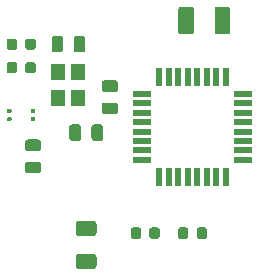
<source format=gbr>
G04 #@! TF.GenerationSoftware,KiCad,Pcbnew,(5.1.5-0-10_14)*
G04 #@! TF.CreationDate,2020-04-17T14:33:50+12:00*
G04 #@! TF.ProjectId,ZapierStompBox,5a617069-6572-4537-946f-6d70426f782e,rev?*
G04 #@! TF.SameCoordinates,Original*
G04 #@! TF.FileFunction,Paste,Top*
G04 #@! TF.FilePolarity,Positive*
%FSLAX46Y46*%
G04 Gerber Fmt 4.6, Leading zero omitted, Abs format (unit mm)*
G04 Created by KiCad (PCBNEW (5.1.5-0-10_14)) date 2020-04-17 14:33:50*
%MOMM*%
%LPD*%
G04 APERTURE LIST*
%ADD10C,0.100000*%
%ADD11R,1.600000X0.550000*%
%ADD12R,0.550000X1.600000*%
%ADD13R,1.200000X1.400000*%
G04 APERTURE END LIST*
D10*
G36*
X382649504Y57023796D02*
G01*
X382673773Y57020196D01*
X382697571Y57014235D01*
X382720671Y57005970D01*
X382742849Y56995480D01*
X382763893Y56982867D01*
X382783598Y56968253D01*
X382801777Y56951777D01*
X382818253Y56933598D01*
X382832867Y56913893D01*
X382845480Y56892849D01*
X382855970Y56870671D01*
X382864235Y56847571D01*
X382870196Y56823773D01*
X382873796Y56799504D01*
X382875000Y56775000D01*
X382875000Y56025000D01*
X382873796Y56000496D01*
X382870196Y55976227D01*
X382864235Y55952429D01*
X382855970Y55929329D01*
X382845480Y55907151D01*
X382832867Y55886107D01*
X382818253Y55866402D01*
X382801777Y55848223D01*
X382783598Y55831747D01*
X382763893Y55817133D01*
X382742849Y55804520D01*
X382720671Y55794030D01*
X382697571Y55785765D01*
X382673773Y55779804D01*
X382649504Y55776204D01*
X382625000Y55775000D01*
X381375000Y55775000D01*
X381350496Y55776204D01*
X381326227Y55779804D01*
X381302429Y55785765D01*
X381279329Y55794030D01*
X381257151Y55804520D01*
X381236107Y55817133D01*
X381216402Y55831747D01*
X381198223Y55848223D01*
X381181747Y55866402D01*
X381167133Y55886107D01*
X381154520Y55907151D01*
X381144030Y55929329D01*
X381135765Y55952429D01*
X381129804Y55976227D01*
X381126204Y56000496D01*
X381125000Y56025000D01*
X381125000Y56775000D01*
X381126204Y56799504D01*
X381129804Y56823773D01*
X381135765Y56847571D01*
X381144030Y56870671D01*
X381154520Y56892849D01*
X381167133Y56913893D01*
X381181747Y56933598D01*
X381198223Y56951777D01*
X381216402Y56968253D01*
X381236107Y56982867D01*
X381257151Y56995480D01*
X381279329Y57005970D01*
X381302429Y57014235D01*
X381326227Y57020196D01*
X381350496Y57023796D01*
X381375000Y57025000D01*
X382625000Y57025000D01*
X382649504Y57023796D01*
G37*
G36*
X382649504Y54223796D02*
G01*
X382673773Y54220196D01*
X382697571Y54214235D01*
X382720671Y54205970D01*
X382742849Y54195480D01*
X382763893Y54182867D01*
X382783598Y54168253D01*
X382801777Y54151777D01*
X382818253Y54133598D01*
X382832867Y54113893D01*
X382845480Y54092849D01*
X382855970Y54070671D01*
X382864235Y54047571D01*
X382870196Y54023773D01*
X382873796Y53999504D01*
X382875000Y53975000D01*
X382875000Y53225000D01*
X382873796Y53200496D01*
X382870196Y53176227D01*
X382864235Y53152429D01*
X382855970Y53129329D01*
X382845480Y53107151D01*
X382832867Y53086107D01*
X382818253Y53066402D01*
X382801777Y53048223D01*
X382783598Y53031747D01*
X382763893Y53017133D01*
X382742849Y53004520D01*
X382720671Y52994030D01*
X382697571Y52985765D01*
X382673773Y52979804D01*
X382649504Y52976204D01*
X382625000Y52975000D01*
X381375000Y52975000D01*
X381350496Y52976204D01*
X381326227Y52979804D01*
X381302429Y52985765D01*
X381279329Y52994030D01*
X381257151Y53004520D01*
X381236107Y53017133D01*
X381216402Y53031747D01*
X381198223Y53048223D01*
X381181747Y53066402D01*
X381167133Y53086107D01*
X381154520Y53107151D01*
X381144030Y53129329D01*
X381135765Y53152429D01*
X381129804Y53176227D01*
X381126204Y53200496D01*
X381125000Y53225000D01*
X381125000Y53975000D01*
X381126204Y53999504D01*
X381129804Y54023773D01*
X381135765Y54047571D01*
X381144030Y54070671D01*
X381154520Y54092849D01*
X381167133Y54113893D01*
X381181747Y54133598D01*
X381198223Y54151777D01*
X381216402Y54168253D01*
X381236107Y54182867D01*
X381257151Y54195480D01*
X381279329Y54205970D01*
X381302429Y54214235D01*
X381326227Y54220196D01*
X381350496Y54223796D01*
X381375000Y54225000D01*
X382625000Y54225000D01*
X382649504Y54223796D01*
G37*
G36*
X393974505Y75173796D02*
G01*
X393998773Y75170196D01*
X394022572Y75164235D01*
X394045671Y75155970D01*
X394067850Y75145480D01*
X394088893Y75132868D01*
X394108599Y75118253D01*
X394126777Y75101777D01*
X394143253Y75083599D01*
X394157868Y75063893D01*
X394170480Y75042850D01*
X394180970Y75020671D01*
X394189235Y74997572D01*
X394195196Y74973773D01*
X394198796Y74949505D01*
X394200000Y74925001D01*
X394200000Y73074999D01*
X394198796Y73050495D01*
X394195196Y73026227D01*
X394189235Y73002428D01*
X394180970Y72979329D01*
X394170480Y72957150D01*
X394157868Y72936107D01*
X394143253Y72916401D01*
X394126777Y72898223D01*
X394108599Y72881747D01*
X394088893Y72867132D01*
X394067850Y72854520D01*
X394045671Y72844030D01*
X394022572Y72835765D01*
X393998773Y72829804D01*
X393974505Y72826204D01*
X393950001Y72825000D01*
X393124999Y72825000D01*
X393100495Y72826204D01*
X393076227Y72829804D01*
X393052428Y72835765D01*
X393029329Y72844030D01*
X393007150Y72854520D01*
X392986107Y72867132D01*
X392966401Y72881747D01*
X392948223Y72898223D01*
X392931747Y72916401D01*
X392917132Y72936107D01*
X392904520Y72957150D01*
X392894030Y72979329D01*
X392885765Y73002428D01*
X392879804Y73026227D01*
X392876204Y73050495D01*
X392875000Y73074999D01*
X392875000Y74925001D01*
X392876204Y74949505D01*
X392879804Y74973773D01*
X392885765Y74997572D01*
X392894030Y75020671D01*
X392904520Y75042850D01*
X392917132Y75063893D01*
X392931747Y75083599D01*
X392948223Y75101777D01*
X392966401Y75118253D01*
X392986107Y75132868D01*
X393007150Y75145480D01*
X393029329Y75155970D01*
X393052428Y75164235D01*
X393076227Y75170196D01*
X393100495Y75173796D01*
X393124999Y75175000D01*
X393950001Y75175000D01*
X393974505Y75173796D01*
G37*
G36*
X390899505Y75173796D02*
G01*
X390923773Y75170196D01*
X390947572Y75164235D01*
X390970671Y75155970D01*
X390992850Y75145480D01*
X391013893Y75132868D01*
X391033599Y75118253D01*
X391051777Y75101777D01*
X391068253Y75083599D01*
X391082868Y75063893D01*
X391095480Y75042850D01*
X391105970Y75020671D01*
X391114235Y74997572D01*
X391120196Y74973773D01*
X391123796Y74949505D01*
X391125000Y74925001D01*
X391125000Y73074999D01*
X391123796Y73050495D01*
X391120196Y73026227D01*
X391114235Y73002428D01*
X391105970Y72979329D01*
X391095480Y72957150D01*
X391082868Y72936107D01*
X391068253Y72916401D01*
X391051777Y72898223D01*
X391033599Y72881747D01*
X391013893Y72867132D01*
X390992850Y72854520D01*
X390970671Y72844030D01*
X390947572Y72835765D01*
X390923773Y72829804D01*
X390899505Y72826204D01*
X390875001Y72825000D01*
X390049999Y72825000D01*
X390025495Y72826204D01*
X390001227Y72829804D01*
X389977428Y72835765D01*
X389954329Y72844030D01*
X389932150Y72854520D01*
X389911107Y72867132D01*
X389891401Y72881747D01*
X389873223Y72898223D01*
X389856747Y72916401D01*
X389842132Y72936107D01*
X389829520Y72957150D01*
X389819030Y72979329D01*
X389810765Y73002428D01*
X389804804Y73026227D01*
X389801204Y73050495D01*
X389800000Y73074999D01*
X389800000Y74925001D01*
X389801204Y74949505D01*
X389804804Y74973773D01*
X389810765Y74997572D01*
X389819030Y75020671D01*
X389829520Y75042850D01*
X389842132Y75063893D01*
X389856747Y75083599D01*
X389873223Y75101777D01*
X389891401Y75118253D01*
X389911107Y75132868D01*
X389932150Y75145480D01*
X389954329Y75155970D01*
X389977428Y75164235D01*
X390001227Y75170196D01*
X390025495Y75173796D01*
X390049999Y75175000D01*
X390875001Y75175000D01*
X390899505Y75173796D01*
G37*
G36*
X381330142Y65198826D02*
G01*
X381353803Y65195316D01*
X381377007Y65189504D01*
X381399529Y65181446D01*
X381421153Y65171218D01*
X381441670Y65158921D01*
X381460883Y65144671D01*
X381478607Y65128607D01*
X381494671Y65110883D01*
X381508921Y65091670D01*
X381521218Y65071153D01*
X381531446Y65049529D01*
X381539504Y65027007D01*
X381545316Y65003803D01*
X381548826Y64980142D01*
X381550000Y64956250D01*
X381550000Y64043750D01*
X381548826Y64019858D01*
X381545316Y63996197D01*
X381539504Y63972993D01*
X381531446Y63950471D01*
X381521218Y63928847D01*
X381508921Y63908330D01*
X381494671Y63889117D01*
X381478607Y63871393D01*
X381460883Y63855329D01*
X381441670Y63841079D01*
X381421153Y63828782D01*
X381399529Y63818554D01*
X381377007Y63810496D01*
X381353803Y63804684D01*
X381330142Y63801174D01*
X381306250Y63800000D01*
X380818750Y63800000D01*
X380794858Y63801174D01*
X380771197Y63804684D01*
X380747993Y63810496D01*
X380725471Y63818554D01*
X380703847Y63828782D01*
X380683330Y63841079D01*
X380664117Y63855329D01*
X380646393Y63871393D01*
X380630329Y63889117D01*
X380616079Y63908330D01*
X380603782Y63928847D01*
X380593554Y63950471D01*
X380585496Y63972993D01*
X380579684Y63996197D01*
X380576174Y64019858D01*
X380575000Y64043750D01*
X380575000Y64956250D01*
X380576174Y64980142D01*
X380579684Y65003803D01*
X380585496Y65027007D01*
X380593554Y65049529D01*
X380603782Y65071153D01*
X380616079Y65091670D01*
X380630329Y65110883D01*
X380646393Y65128607D01*
X380664117Y65144671D01*
X380683330Y65158921D01*
X380703847Y65171218D01*
X380725471Y65181446D01*
X380747993Y65189504D01*
X380771197Y65195316D01*
X380794858Y65198826D01*
X380818750Y65200000D01*
X381306250Y65200000D01*
X381330142Y65198826D01*
G37*
G36*
X383205142Y65198826D02*
G01*
X383228803Y65195316D01*
X383252007Y65189504D01*
X383274529Y65181446D01*
X383296153Y65171218D01*
X383316670Y65158921D01*
X383335883Y65144671D01*
X383353607Y65128607D01*
X383369671Y65110883D01*
X383383921Y65091670D01*
X383396218Y65071153D01*
X383406446Y65049529D01*
X383414504Y65027007D01*
X383420316Y65003803D01*
X383423826Y64980142D01*
X383425000Y64956250D01*
X383425000Y64043750D01*
X383423826Y64019858D01*
X383420316Y63996197D01*
X383414504Y63972993D01*
X383406446Y63950471D01*
X383396218Y63928847D01*
X383383921Y63908330D01*
X383369671Y63889117D01*
X383353607Y63871393D01*
X383335883Y63855329D01*
X383316670Y63841079D01*
X383296153Y63828782D01*
X383274529Y63818554D01*
X383252007Y63810496D01*
X383228803Y63804684D01*
X383205142Y63801174D01*
X383181250Y63800000D01*
X382693750Y63800000D01*
X382669858Y63801174D01*
X382646197Y63804684D01*
X382622993Y63810496D01*
X382600471Y63818554D01*
X382578847Y63828782D01*
X382558330Y63841079D01*
X382539117Y63855329D01*
X382521393Y63871393D01*
X382505329Y63889117D01*
X382491079Y63908330D01*
X382478782Y63928847D01*
X382468554Y63950471D01*
X382460496Y63972993D01*
X382454684Y63996197D01*
X382451174Y64019858D01*
X382450000Y64043750D01*
X382450000Y64956250D01*
X382451174Y64980142D01*
X382454684Y65003803D01*
X382460496Y65027007D01*
X382468554Y65049529D01*
X382478782Y65071153D01*
X382491079Y65091670D01*
X382505329Y65110883D01*
X382521393Y65128607D01*
X382539117Y65144671D01*
X382558330Y65158921D01*
X382578847Y65171218D01*
X382600471Y65181446D01*
X382622993Y65189504D01*
X382646197Y65195316D01*
X382669858Y65198826D01*
X382693750Y65200000D01*
X383181250Y65200000D01*
X383205142Y65198826D01*
G37*
G36*
X381705142Y72698826D02*
G01*
X381728803Y72695316D01*
X381752007Y72689504D01*
X381774529Y72681446D01*
X381796153Y72671218D01*
X381816670Y72658921D01*
X381835883Y72644671D01*
X381853607Y72628607D01*
X381869671Y72610883D01*
X381883921Y72591670D01*
X381896218Y72571153D01*
X381906446Y72549529D01*
X381914504Y72527007D01*
X381920316Y72503803D01*
X381923826Y72480142D01*
X381925000Y72456250D01*
X381925000Y71543750D01*
X381923826Y71519858D01*
X381920316Y71496197D01*
X381914504Y71472993D01*
X381906446Y71450471D01*
X381896218Y71428847D01*
X381883921Y71408330D01*
X381869671Y71389117D01*
X381853607Y71371393D01*
X381835883Y71355329D01*
X381816670Y71341079D01*
X381796153Y71328782D01*
X381774529Y71318554D01*
X381752007Y71310496D01*
X381728803Y71304684D01*
X381705142Y71301174D01*
X381681250Y71300000D01*
X381193750Y71300000D01*
X381169858Y71301174D01*
X381146197Y71304684D01*
X381122993Y71310496D01*
X381100471Y71318554D01*
X381078847Y71328782D01*
X381058330Y71341079D01*
X381039117Y71355329D01*
X381021393Y71371393D01*
X381005329Y71389117D01*
X380991079Y71408330D01*
X380978782Y71428847D01*
X380968554Y71450471D01*
X380960496Y71472993D01*
X380954684Y71496197D01*
X380951174Y71519858D01*
X380950000Y71543750D01*
X380950000Y72456250D01*
X380951174Y72480142D01*
X380954684Y72503803D01*
X380960496Y72527007D01*
X380968554Y72549529D01*
X380978782Y72571153D01*
X380991079Y72591670D01*
X381005329Y72610883D01*
X381021393Y72628607D01*
X381039117Y72644671D01*
X381058330Y72658921D01*
X381078847Y72671218D01*
X381100471Y72681446D01*
X381122993Y72689504D01*
X381146197Y72695316D01*
X381169858Y72698826D01*
X381193750Y72700000D01*
X381681250Y72700000D01*
X381705142Y72698826D01*
G37*
G36*
X379830142Y72698826D02*
G01*
X379853803Y72695316D01*
X379877007Y72689504D01*
X379899529Y72681446D01*
X379921153Y72671218D01*
X379941670Y72658921D01*
X379960883Y72644671D01*
X379978607Y72628607D01*
X379994671Y72610883D01*
X380008921Y72591670D01*
X380021218Y72571153D01*
X380031446Y72549529D01*
X380039504Y72527007D01*
X380045316Y72503803D01*
X380048826Y72480142D01*
X380050000Y72456250D01*
X380050000Y71543750D01*
X380048826Y71519858D01*
X380045316Y71496197D01*
X380039504Y71472993D01*
X380031446Y71450471D01*
X380021218Y71428847D01*
X380008921Y71408330D01*
X379994671Y71389117D01*
X379978607Y71371393D01*
X379960883Y71355329D01*
X379941670Y71341079D01*
X379921153Y71328782D01*
X379899529Y71318554D01*
X379877007Y71310496D01*
X379853803Y71304684D01*
X379830142Y71301174D01*
X379806250Y71300000D01*
X379318750Y71300000D01*
X379294858Y71301174D01*
X379271197Y71304684D01*
X379247993Y71310496D01*
X379225471Y71318554D01*
X379203847Y71328782D01*
X379183330Y71341079D01*
X379164117Y71355329D01*
X379146393Y71371393D01*
X379130329Y71389117D01*
X379116079Y71408330D01*
X379103782Y71428847D01*
X379093554Y71450471D01*
X379085496Y71472993D01*
X379079684Y71496197D01*
X379076174Y71519858D01*
X379075000Y71543750D01*
X379075000Y72456250D01*
X379076174Y72480142D01*
X379079684Y72503803D01*
X379085496Y72527007D01*
X379093554Y72549529D01*
X379103782Y72571153D01*
X379116079Y72591670D01*
X379130329Y72610883D01*
X379146393Y72628607D01*
X379164117Y72644671D01*
X379183330Y72658921D01*
X379203847Y72671218D01*
X379225471Y72681446D01*
X379247993Y72689504D01*
X379271197Y72695316D01*
X379294858Y72698826D01*
X379318750Y72700000D01*
X379806250Y72700000D01*
X379830142Y72698826D01*
G37*
G36*
X392027691Y56473947D02*
G01*
X392048926Y56470797D01*
X392069750Y56465581D01*
X392089962Y56458349D01*
X392109368Y56449170D01*
X392127781Y56438134D01*
X392145024Y56425346D01*
X392160930Y56410930D01*
X392175346Y56395024D01*
X392188134Y56377781D01*
X392199170Y56359368D01*
X392208349Y56339962D01*
X392215581Y56319750D01*
X392220797Y56298926D01*
X392223947Y56277691D01*
X392225000Y56256250D01*
X392225000Y55743750D01*
X392223947Y55722309D01*
X392220797Y55701074D01*
X392215581Y55680250D01*
X392208349Y55660038D01*
X392199170Y55640632D01*
X392188134Y55622219D01*
X392175346Y55604976D01*
X392160930Y55589070D01*
X392145024Y55574654D01*
X392127781Y55561866D01*
X392109368Y55550830D01*
X392089962Y55541651D01*
X392069750Y55534419D01*
X392048926Y55529203D01*
X392027691Y55526053D01*
X392006250Y55525000D01*
X391568750Y55525000D01*
X391547309Y55526053D01*
X391526074Y55529203D01*
X391505250Y55534419D01*
X391485038Y55541651D01*
X391465632Y55550830D01*
X391447219Y55561866D01*
X391429976Y55574654D01*
X391414070Y55589070D01*
X391399654Y55604976D01*
X391386866Y55622219D01*
X391375830Y55640632D01*
X391366651Y55660038D01*
X391359419Y55680250D01*
X391354203Y55701074D01*
X391351053Y55722309D01*
X391350000Y55743750D01*
X391350000Y56256250D01*
X391351053Y56277691D01*
X391354203Y56298926D01*
X391359419Y56319750D01*
X391366651Y56339962D01*
X391375830Y56359368D01*
X391386866Y56377781D01*
X391399654Y56395024D01*
X391414070Y56410930D01*
X391429976Y56425346D01*
X391447219Y56438134D01*
X391465632Y56449170D01*
X391485038Y56458349D01*
X391505250Y56465581D01*
X391526074Y56470797D01*
X391547309Y56473947D01*
X391568750Y56475000D01*
X392006250Y56475000D01*
X392027691Y56473947D01*
G37*
G36*
X390452691Y56473947D02*
G01*
X390473926Y56470797D01*
X390494750Y56465581D01*
X390514962Y56458349D01*
X390534368Y56449170D01*
X390552781Y56438134D01*
X390570024Y56425346D01*
X390585930Y56410930D01*
X390600346Y56395024D01*
X390613134Y56377781D01*
X390624170Y56359368D01*
X390633349Y56339962D01*
X390640581Y56319750D01*
X390645797Y56298926D01*
X390648947Y56277691D01*
X390650000Y56256250D01*
X390650000Y55743750D01*
X390648947Y55722309D01*
X390645797Y55701074D01*
X390640581Y55680250D01*
X390633349Y55660038D01*
X390624170Y55640632D01*
X390613134Y55622219D01*
X390600346Y55604976D01*
X390585930Y55589070D01*
X390570024Y55574654D01*
X390552781Y55561866D01*
X390534368Y55550830D01*
X390514962Y55541651D01*
X390494750Y55534419D01*
X390473926Y55529203D01*
X390452691Y55526053D01*
X390431250Y55525000D01*
X389993750Y55525000D01*
X389972309Y55526053D01*
X389951074Y55529203D01*
X389930250Y55534419D01*
X389910038Y55541651D01*
X389890632Y55550830D01*
X389872219Y55561866D01*
X389854976Y55574654D01*
X389839070Y55589070D01*
X389824654Y55604976D01*
X389811866Y55622219D01*
X389800830Y55640632D01*
X389791651Y55660038D01*
X389784419Y55680250D01*
X389779203Y55701074D01*
X389776053Y55722309D01*
X389775000Y55743750D01*
X389775000Y56256250D01*
X389776053Y56277691D01*
X389779203Y56298926D01*
X389784419Y56319750D01*
X389791651Y56339962D01*
X389800830Y56359368D01*
X389811866Y56377781D01*
X389824654Y56395024D01*
X389839070Y56410930D01*
X389854976Y56425346D01*
X389872219Y56438134D01*
X389890632Y56449170D01*
X389910038Y56458349D01*
X389930250Y56465581D01*
X389951074Y56470797D01*
X389972309Y56473947D01*
X389993750Y56475000D01*
X390431250Y56475000D01*
X390452691Y56473947D01*
G37*
G36*
X375608292Y65813617D02*
G01*
X375616010Y65812472D01*
X375623578Y65810577D01*
X375630923Y65807948D01*
X375637976Y65804613D01*
X375644668Y65800602D01*
X375650934Y65795954D01*
X375656715Y65790715D01*
X375661954Y65784934D01*
X375666602Y65778668D01*
X375670613Y65771976D01*
X375673948Y65764923D01*
X375676577Y65757578D01*
X375678472Y65750010D01*
X375679617Y65742292D01*
X375680000Y65734500D01*
X375680000Y65575500D01*
X375679617Y65567708D01*
X375678472Y65559990D01*
X375676577Y65552422D01*
X375673948Y65545077D01*
X375670613Y65538024D01*
X375666602Y65531332D01*
X375661954Y65525066D01*
X375656715Y65519285D01*
X375650934Y65514046D01*
X375644668Y65509398D01*
X375637976Y65505387D01*
X375630923Y65502052D01*
X375623578Y65499423D01*
X375616010Y65497528D01*
X375608292Y65496383D01*
X375600500Y65496000D01*
X375399500Y65496000D01*
X375391708Y65496383D01*
X375383990Y65497528D01*
X375376422Y65499423D01*
X375369077Y65502052D01*
X375362024Y65505387D01*
X375355332Y65509398D01*
X375349066Y65514046D01*
X375343285Y65519285D01*
X375338046Y65525066D01*
X375333398Y65531332D01*
X375329387Y65538024D01*
X375326052Y65545077D01*
X375323423Y65552422D01*
X375321528Y65559990D01*
X375320383Y65567708D01*
X375320000Y65575500D01*
X375320000Y65734500D01*
X375320383Y65742292D01*
X375321528Y65750010D01*
X375323423Y65757578D01*
X375326052Y65764923D01*
X375329387Y65771976D01*
X375333398Y65778668D01*
X375338046Y65784934D01*
X375343285Y65790715D01*
X375349066Y65795954D01*
X375355332Y65800602D01*
X375362024Y65804613D01*
X375369077Y65807948D01*
X375376422Y65810577D01*
X375383990Y65812472D01*
X375391708Y65813617D01*
X375399500Y65814000D01*
X375600500Y65814000D01*
X375608292Y65813617D01*
G37*
G36*
X375608292Y66503617D02*
G01*
X375616010Y66502472D01*
X375623578Y66500577D01*
X375630923Y66497948D01*
X375637976Y66494613D01*
X375644668Y66490602D01*
X375650934Y66485954D01*
X375656715Y66480715D01*
X375661954Y66474934D01*
X375666602Y66468668D01*
X375670613Y66461976D01*
X375673948Y66454923D01*
X375676577Y66447578D01*
X375678472Y66440010D01*
X375679617Y66432292D01*
X375680000Y66424500D01*
X375680000Y66265500D01*
X375679617Y66257708D01*
X375678472Y66249990D01*
X375676577Y66242422D01*
X375673948Y66235077D01*
X375670613Y66228024D01*
X375666602Y66221332D01*
X375661954Y66215066D01*
X375656715Y66209285D01*
X375650934Y66204046D01*
X375644668Y66199398D01*
X375637976Y66195387D01*
X375630923Y66192052D01*
X375623578Y66189423D01*
X375616010Y66187528D01*
X375608292Y66186383D01*
X375600500Y66186000D01*
X375399500Y66186000D01*
X375391708Y66186383D01*
X375383990Y66187528D01*
X375376422Y66189423D01*
X375369077Y66192052D01*
X375362024Y66195387D01*
X375355332Y66199398D01*
X375349066Y66204046D01*
X375343285Y66209285D01*
X375338046Y66215066D01*
X375333398Y66221332D01*
X375329387Y66228024D01*
X375326052Y66235077D01*
X375323423Y66242422D01*
X375321528Y66249990D01*
X375320383Y66257708D01*
X375320000Y66265500D01*
X375320000Y66424500D01*
X375320383Y66432292D01*
X375321528Y66440010D01*
X375323423Y66447578D01*
X375326052Y66454923D01*
X375329387Y66461976D01*
X375333398Y66468668D01*
X375338046Y66474934D01*
X375343285Y66480715D01*
X375349066Y66485954D01*
X375355332Y66490602D01*
X375362024Y66494613D01*
X375369077Y66497948D01*
X375376422Y66500577D01*
X375383990Y66502472D01*
X375391708Y66503617D01*
X375399500Y66504000D01*
X375600500Y66504000D01*
X375608292Y66503617D01*
G37*
G36*
X377608292Y66503617D02*
G01*
X377616010Y66502472D01*
X377623578Y66500577D01*
X377630923Y66497948D01*
X377637976Y66494613D01*
X377644668Y66490602D01*
X377650934Y66485954D01*
X377656715Y66480715D01*
X377661954Y66474934D01*
X377666602Y66468668D01*
X377670613Y66461976D01*
X377673948Y66454923D01*
X377676577Y66447578D01*
X377678472Y66440010D01*
X377679617Y66432292D01*
X377680000Y66424500D01*
X377680000Y66265500D01*
X377679617Y66257708D01*
X377678472Y66249990D01*
X377676577Y66242422D01*
X377673948Y66235077D01*
X377670613Y66228024D01*
X377666602Y66221332D01*
X377661954Y66215066D01*
X377656715Y66209285D01*
X377650934Y66204046D01*
X377644668Y66199398D01*
X377637976Y66195387D01*
X377630923Y66192052D01*
X377623578Y66189423D01*
X377616010Y66187528D01*
X377608292Y66186383D01*
X377600500Y66186000D01*
X377399500Y66186000D01*
X377391708Y66186383D01*
X377383990Y66187528D01*
X377376422Y66189423D01*
X377369077Y66192052D01*
X377362024Y66195387D01*
X377355332Y66199398D01*
X377349066Y66204046D01*
X377343285Y66209285D01*
X377338046Y66215066D01*
X377333398Y66221332D01*
X377329387Y66228024D01*
X377326052Y66235077D01*
X377323423Y66242422D01*
X377321528Y66249990D01*
X377320383Y66257708D01*
X377320000Y66265500D01*
X377320000Y66424500D01*
X377320383Y66432292D01*
X377321528Y66440010D01*
X377323423Y66447578D01*
X377326052Y66454923D01*
X377329387Y66461976D01*
X377333398Y66468668D01*
X377338046Y66474934D01*
X377343285Y66480715D01*
X377349066Y66485954D01*
X377355332Y66490602D01*
X377362024Y66494613D01*
X377369077Y66497948D01*
X377376422Y66500577D01*
X377383990Y66502472D01*
X377391708Y66503617D01*
X377399500Y66504000D01*
X377600500Y66504000D01*
X377608292Y66503617D01*
G37*
G36*
X377608292Y65813617D02*
G01*
X377616010Y65812472D01*
X377623578Y65810577D01*
X377630923Y65807948D01*
X377637976Y65804613D01*
X377644668Y65800602D01*
X377650934Y65795954D01*
X377656715Y65790715D01*
X377661954Y65784934D01*
X377666602Y65778668D01*
X377670613Y65771976D01*
X377673948Y65764923D01*
X377676577Y65757578D01*
X377678472Y65750010D01*
X377679617Y65742292D01*
X377680000Y65734500D01*
X377680000Y65575500D01*
X377679617Y65567708D01*
X377678472Y65559990D01*
X377676577Y65552422D01*
X377673948Y65545077D01*
X377670613Y65538024D01*
X377666602Y65531332D01*
X377661954Y65525066D01*
X377656715Y65519285D01*
X377650934Y65514046D01*
X377644668Y65509398D01*
X377637976Y65505387D01*
X377630923Y65502052D01*
X377623578Y65499423D01*
X377616010Y65497528D01*
X377608292Y65496383D01*
X377600500Y65496000D01*
X377399500Y65496000D01*
X377391708Y65496383D01*
X377383990Y65497528D01*
X377376422Y65499423D01*
X377369077Y65502052D01*
X377362024Y65505387D01*
X377355332Y65509398D01*
X377349066Y65514046D01*
X377343285Y65519285D01*
X377338046Y65525066D01*
X377333398Y65531332D01*
X377329387Y65538024D01*
X377326052Y65545077D01*
X377323423Y65552422D01*
X377321528Y65559990D01*
X377320383Y65567708D01*
X377320000Y65575500D01*
X377320000Y65734500D01*
X377320383Y65742292D01*
X377321528Y65750010D01*
X377323423Y65757578D01*
X377326052Y65764923D01*
X377329387Y65771976D01*
X377333398Y65778668D01*
X377338046Y65784934D01*
X377343285Y65790715D01*
X377349066Y65795954D01*
X377355332Y65800602D01*
X377362024Y65804613D01*
X377369077Y65807948D01*
X377376422Y65810577D01*
X377383990Y65812472D01*
X377391708Y65813617D01*
X377399500Y65814000D01*
X377600500Y65814000D01*
X377608292Y65813617D01*
G37*
G36*
X377980142Y63923826D02*
G01*
X378003803Y63920316D01*
X378027007Y63914504D01*
X378049529Y63906446D01*
X378071153Y63896218D01*
X378091670Y63883921D01*
X378110883Y63869671D01*
X378128607Y63853607D01*
X378144671Y63835883D01*
X378158921Y63816670D01*
X378171218Y63796153D01*
X378181446Y63774529D01*
X378189504Y63752007D01*
X378195316Y63728803D01*
X378198826Y63705142D01*
X378200000Y63681250D01*
X378200000Y63193750D01*
X378198826Y63169858D01*
X378195316Y63146197D01*
X378189504Y63122993D01*
X378181446Y63100471D01*
X378171218Y63078847D01*
X378158921Y63058330D01*
X378144671Y63039117D01*
X378128607Y63021393D01*
X378110883Y63005329D01*
X378091670Y62991079D01*
X378071153Y62978782D01*
X378049529Y62968554D01*
X378027007Y62960496D01*
X378003803Y62954684D01*
X377980142Y62951174D01*
X377956250Y62950000D01*
X377043750Y62950000D01*
X377019858Y62951174D01*
X376996197Y62954684D01*
X376972993Y62960496D01*
X376950471Y62968554D01*
X376928847Y62978782D01*
X376908330Y62991079D01*
X376889117Y63005329D01*
X376871393Y63021393D01*
X376855329Y63039117D01*
X376841079Y63058330D01*
X376828782Y63078847D01*
X376818554Y63100471D01*
X376810496Y63122993D01*
X376804684Y63146197D01*
X376801174Y63169858D01*
X376800000Y63193750D01*
X376800000Y63681250D01*
X376801174Y63705142D01*
X376804684Y63728803D01*
X376810496Y63752007D01*
X376818554Y63774529D01*
X376828782Y63796153D01*
X376841079Y63816670D01*
X376855329Y63835883D01*
X376871393Y63853607D01*
X376889117Y63869671D01*
X376908330Y63883921D01*
X376928847Y63896218D01*
X376950471Y63906446D01*
X376972993Y63914504D01*
X376996197Y63920316D01*
X377019858Y63923826D01*
X377043750Y63925000D01*
X377956250Y63925000D01*
X377980142Y63923826D01*
G37*
G36*
X377980142Y62048826D02*
G01*
X378003803Y62045316D01*
X378027007Y62039504D01*
X378049529Y62031446D01*
X378071153Y62021218D01*
X378091670Y62008921D01*
X378110883Y61994671D01*
X378128607Y61978607D01*
X378144671Y61960883D01*
X378158921Y61941670D01*
X378171218Y61921153D01*
X378181446Y61899529D01*
X378189504Y61877007D01*
X378195316Y61853803D01*
X378198826Y61830142D01*
X378200000Y61806250D01*
X378200000Y61318750D01*
X378198826Y61294858D01*
X378195316Y61271197D01*
X378189504Y61247993D01*
X378181446Y61225471D01*
X378171218Y61203847D01*
X378158921Y61183330D01*
X378144671Y61164117D01*
X378128607Y61146393D01*
X378110883Y61130329D01*
X378091670Y61116079D01*
X378071153Y61103782D01*
X378049529Y61093554D01*
X378027007Y61085496D01*
X378003803Y61079684D01*
X377980142Y61076174D01*
X377956250Y61075000D01*
X377043750Y61075000D01*
X377019858Y61076174D01*
X376996197Y61079684D01*
X376972993Y61085496D01*
X376950471Y61093554D01*
X376928847Y61103782D01*
X376908330Y61116079D01*
X376889117Y61130329D01*
X376871393Y61146393D01*
X376855329Y61164117D01*
X376841079Y61183330D01*
X376828782Y61203847D01*
X376818554Y61225471D01*
X376810496Y61247993D01*
X376804684Y61271197D01*
X376801174Y61294858D01*
X376800000Y61318750D01*
X376800000Y61806250D01*
X376801174Y61830142D01*
X376804684Y61853803D01*
X376810496Y61877007D01*
X376818554Y61899529D01*
X376828782Y61921153D01*
X376841079Y61941670D01*
X376855329Y61960883D01*
X376871393Y61978607D01*
X376889117Y61994671D01*
X376908330Y62008921D01*
X376928847Y62021218D01*
X376950471Y62031446D01*
X376972993Y62039504D01*
X376996197Y62045316D01*
X377019858Y62048826D01*
X377043750Y62050000D01*
X377956250Y62050000D01*
X377980142Y62048826D01*
G37*
G36*
X386452691Y56473947D02*
G01*
X386473926Y56470797D01*
X386494750Y56465581D01*
X386514962Y56458349D01*
X386534368Y56449170D01*
X386552781Y56438134D01*
X386570024Y56425346D01*
X386585930Y56410930D01*
X386600346Y56395024D01*
X386613134Y56377781D01*
X386624170Y56359368D01*
X386633349Y56339962D01*
X386640581Y56319750D01*
X386645797Y56298926D01*
X386648947Y56277691D01*
X386650000Y56256250D01*
X386650000Y55743750D01*
X386648947Y55722309D01*
X386645797Y55701074D01*
X386640581Y55680250D01*
X386633349Y55660038D01*
X386624170Y55640632D01*
X386613134Y55622219D01*
X386600346Y55604976D01*
X386585930Y55589070D01*
X386570024Y55574654D01*
X386552781Y55561866D01*
X386534368Y55550830D01*
X386514962Y55541651D01*
X386494750Y55534419D01*
X386473926Y55529203D01*
X386452691Y55526053D01*
X386431250Y55525000D01*
X385993750Y55525000D01*
X385972309Y55526053D01*
X385951074Y55529203D01*
X385930250Y55534419D01*
X385910038Y55541651D01*
X385890632Y55550830D01*
X385872219Y55561866D01*
X385854976Y55574654D01*
X385839070Y55589070D01*
X385824654Y55604976D01*
X385811866Y55622219D01*
X385800830Y55640632D01*
X385791651Y55660038D01*
X385784419Y55680250D01*
X385779203Y55701074D01*
X385776053Y55722309D01*
X385775000Y55743750D01*
X385775000Y56256250D01*
X385776053Y56277691D01*
X385779203Y56298926D01*
X385784419Y56319750D01*
X385791651Y56339962D01*
X385800830Y56359368D01*
X385811866Y56377781D01*
X385824654Y56395024D01*
X385839070Y56410930D01*
X385854976Y56425346D01*
X385872219Y56438134D01*
X385890632Y56449170D01*
X385910038Y56458349D01*
X385930250Y56465581D01*
X385951074Y56470797D01*
X385972309Y56473947D01*
X385993750Y56475000D01*
X386431250Y56475000D01*
X386452691Y56473947D01*
G37*
G36*
X388027691Y56473947D02*
G01*
X388048926Y56470797D01*
X388069750Y56465581D01*
X388089962Y56458349D01*
X388109368Y56449170D01*
X388127781Y56438134D01*
X388145024Y56425346D01*
X388160930Y56410930D01*
X388175346Y56395024D01*
X388188134Y56377781D01*
X388199170Y56359368D01*
X388208349Y56339962D01*
X388215581Y56319750D01*
X388220797Y56298926D01*
X388223947Y56277691D01*
X388225000Y56256250D01*
X388225000Y55743750D01*
X388223947Y55722309D01*
X388220797Y55701074D01*
X388215581Y55680250D01*
X388208349Y55660038D01*
X388199170Y55640632D01*
X388188134Y55622219D01*
X388175346Y55604976D01*
X388160930Y55589070D01*
X388145024Y55574654D01*
X388127781Y55561866D01*
X388109368Y55550830D01*
X388089962Y55541651D01*
X388069750Y55534419D01*
X388048926Y55529203D01*
X388027691Y55526053D01*
X388006250Y55525000D01*
X387568750Y55525000D01*
X387547309Y55526053D01*
X387526074Y55529203D01*
X387505250Y55534419D01*
X387485038Y55541651D01*
X387465632Y55550830D01*
X387447219Y55561866D01*
X387429976Y55574654D01*
X387414070Y55589070D01*
X387399654Y55604976D01*
X387386866Y55622219D01*
X387375830Y55640632D01*
X387366651Y55660038D01*
X387359419Y55680250D01*
X387354203Y55701074D01*
X387351053Y55722309D01*
X387350000Y55743750D01*
X387350000Y56256250D01*
X387351053Y56277691D01*
X387354203Y56298926D01*
X387359419Y56319750D01*
X387366651Y56339962D01*
X387375830Y56359368D01*
X387386866Y56377781D01*
X387399654Y56395024D01*
X387414070Y56410930D01*
X387429976Y56425346D01*
X387447219Y56438134D01*
X387465632Y56449170D01*
X387485038Y56458349D01*
X387505250Y56465581D01*
X387526074Y56470797D01*
X387547309Y56473947D01*
X387568750Y56475000D01*
X388006250Y56475000D01*
X388027691Y56473947D01*
G37*
G36*
X375952691Y70473947D02*
G01*
X375973926Y70470797D01*
X375994750Y70465581D01*
X376014962Y70458349D01*
X376034368Y70449170D01*
X376052781Y70438134D01*
X376070024Y70425346D01*
X376085930Y70410930D01*
X376100346Y70395024D01*
X376113134Y70377781D01*
X376124170Y70359368D01*
X376133349Y70339962D01*
X376140581Y70319750D01*
X376145797Y70298926D01*
X376148947Y70277691D01*
X376150000Y70256250D01*
X376150000Y69743750D01*
X376148947Y69722309D01*
X376145797Y69701074D01*
X376140581Y69680250D01*
X376133349Y69660038D01*
X376124170Y69640632D01*
X376113134Y69622219D01*
X376100346Y69604976D01*
X376085930Y69589070D01*
X376070024Y69574654D01*
X376052781Y69561866D01*
X376034368Y69550830D01*
X376014962Y69541651D01*
X375994750Y69534419D01*
X375973926Y69529203D01*
X375952691Y69526053D01*
X375931250Y69525000D01*
X375493750Y69525000D01*
X375472309Y69526053D01*
X375451074Y69529203D01*
X375430250Y69534419D01*
X375410038Y69541651D01*
X375390632Y69550830D01*
X375372219Y69561866D01*
X375354976Y69574654D01*
X375339070Y69589070D01*
X375324654Y69604976D01*
X375311866Y69622219D01*
X375300830Y69640632D01*
X375291651Y69660038D01*
X375284419Y69680250D01*
X375279203Y69701074D01*
X375276053Y69722309D01*
X375275000Y69743750D01*
X375275000Y70256250D01*
X375276053Y70277691D01*
X375279203Y70298926D01*
X375284419Y70319750D01*
X375291651Y70339962D01*
X375300830Y70359368D01*
X375311866Y70377781D01*
X375324654Y70395024D01*
X375339070Y70410930D01*
X375354976Y70425346D01*
X375372219Y70438134D01*
X375390632Y70449170D01*
X375410038Y70458349D01*
X375430250Y70465581D01*
X375451074Y70470797D01*
X375472309Y70473947D01*
X375493750Y70475000D01*
X375931250Y70475000D01*
X375952691Y70473947D01*
G37*
G36*
X377527691Y70473947D02*
G01*
X377548926Y70470797D01*
X377569750Y70465581D01*
X377589962Y70458349D01*
X377609368Y70449170D01*
X377627781Y70438134D01*
X377645024Y70425346D01*
X377660930Y70410930D01*
X377675346Y70395024D01*
X377688134Y70377781D01*
X377699170Y70359368D01*
X377708349Y70339962D01*
X377715581Y70319750D01*
X377720797Y70298926D01*
X377723947Y70277691D01*
X377725000Y70256250D01*
X377725000Y69743750D01*
X377723947Y69722309D01*
X377720797Y69701074D01*
X377715581Y69680250D01*
X377708349Y69660038D01*
X377699170Y69640632D01*
X377688134Y69622219D01*
X377675346Y69604976D01*
X377660930Y69589070D01*
X377645024Y69574654D01*
X377627781Y69561866D01*
X377609368Y69550830D01*
X377589962Y69541651D01*
X377569750Y69534419D01*
X377548926Y69529203D01*
X377527691Y69526053D01*
X377506250Y69525000D01*
X377068750Y69525000D01*
X377047309Y69526053D01*
X377026074Y69529203D01*
X377005250Y69534419D01*
X376985038Y69541651D01*
X376965632Y69550830D01*
X376947219Y69561866D01*
X376929976Y69574654D01*
X376914070Y69589070D01*
X376899654Y69604976D01*
X376886866Y69622219D01*
X376875830Y69640632D01*
X376866651Y69660038D01*
X376859419Y69680250D01*
X376854203Y69701074D01*
X376851053Y69722309D01*
X376850000Y69743750D01*
X376850000Y70256250D01*
X376851053Y70277691D01*
X376854203Y70298926D01*
X376859419Y70319750D01*
X376866651Y70339962D01*
X376875830Y70359368D01*
X376886866Y70377781D01*
X376899654Y70395024D01*
X376914070Y70410930D01*
X376929976Y70425346D01*
X376947219Y70438134D01*
X376965632Y70449170D01*
X376985038Y70458349D01*
X377005250Y70465581D01*
X377026074Y70470797D01*
X377047309Y70473947D01*
X377068750Y70475000D01*
X377506250Y70475000D01*
X377527691Y70473947D01*
G37*
G36*
X377527691Y72473947D02*
G01*
X377548926Y72470797D01*
X377569750Y72465581D01*
X377589962Y72458349D01*
X377609368Y72449170D01*
X377627781Y72438134D01*
X377645024Y72425346D01*
X377660930Y72410930D01*
X377675346Y72395024D01*
X377688134Y72377781D01*
X377699170Y72359368D01*
X377708349Y72339962D01*
X377715581Y72319750D01*
X377720797Y72298926D01*
X377723947Y72277691D01*
X377725000Y72256250D01*
X377725000Y71743750D01*
X377723947Y71722309D01*
X377720797Y71701074D01*
X377715581Y71680250D01*
X377708349Y71660038D01*
X377699170Y71640632D01*
X377688134Y71622219D01*
X377675346Y71604976D01*
X377660930Y71589070D01*
X377645024Y71574654D01*
X377627781Y71561866D01*
X377609368Y71550830D01*
X377589962Y71541651D01*
X377569750Y71534419D01*
X377548926Y71529203D01*
X377527691Y71526053D01*
X377506250Y71525000D01*
X377068750Y71525000D01*
X377047309Y71526053D01*
X377026074Y71529203D01*
X377005250Y71534419D01*
X376985038Y71541651D01*
X376965632Y71550830D01*
X376947219Y71561866D01*
X376929976Y71574654D01*
X376914070Y71589070D01*
X376899654Y71604976D01*
X376886866Y71622219D01*
X376875830Y71640632D01*
X376866651Y71660038D01*
X376859419Y71680250D01*
X376854203Y71701074D01*
X376851053Y71722309D01*
X376850000Y71743750D01*
X376850000Y72256250D01*
X376851053Y72277691D01*
X376854203Y72298926D01*
X376859419Y72319750D01*
X376866651Y72339962D01*
X376875830Y72359368D01*
X376886866Y72377781D01*
X376899654Y72395024D01*
X376914070Y72410930D01*
X376929976Y72425346D01*
X376947219Y72438134D01*
X376965632Y72449170D01*
X376985038Y72458349D01*
X377005250Y72465581D01*
X377026074Y72470797D01*
X377047309Y72473947D01*
X377068750Y72475000D01*
X377506250Y72475000D01*
X377527691Y72473947D01*
G37*
G36*
X375952691Y72473947D02*
G01*
X375973926Y72470797D01*
X375994750Y72465581D01*
X376014962Y72458349D01*
X376034368Y72449170D01*
X376052781Y72438134D01*
X376070024Y72425346D01*
X376085930Y72410930D01*
X376100346Y72395024D01*
X376113134Y72377781D01*
X376124170Y72359368D01*
X376133349Y72339962D01*
X376140581Y72319750D01*
X376145797Y72298926D01*
X376148947Y72277691D01*
X376150000Y72256250D01*
X376150000Y71743750D01*
X376148947Y71722309D01*
X376145797Y71701074D01*
X376140581Y71680250D01*
X376133349Y71660038D01*
X376124170Y71640632D01*
X376113134Y71622219D01*
X376100346Y71604976D01*
X376085930Y71589070D01*
X376070024Y71574654D01*
X376052781Y71561866D01*
X376034368Y71550830D01*
X376014962Y71541651D01*
X375994750Y71534419D01*
X375973926Y71529203D01*
X375952691Y71526053D01*
X375931250Y71525000D01*
X375493750Y71525000D01*
X375472309Y71526053D01*
X375451074Y71529203D01*
X375430250Y71534419D01*
X375410038Y71541651D01*
X375390632Y71550830D01*
X375372219Y71561866D01*
X375354976Y71574654D01*
X375339070Y71589070D01*
X375324654Y71604976D01*
X375311866Y71622219D01*
X375300830Y71640632D01*
X375291651Y71660038D01*
X375284419Y71680250D01*
X375279203Y71701074D01*
X375276053Y71722309D01*
X375275000Y71743750D01*
X375275000Y72256250D01*
X375276053Y72277691D01*
X375279203Y72298926D01*
X375284419Y72319750D01*
X375291651Y72339962D01*
X375300830Y72359368D01*
X375311866Y72377781D01*
X375324654Y72395024D01*
X375339070Y72410930D01*
X375354976Y72425346D01*
X375372219Y72438134D01*
X375390632Y72449170D01*
X375410038Y72458349D01*
X375430250Y72465581D01*
X375451074Y72470797D01*
X375472309Y72473947D01*
X375493750Y72475000D01*
X375931250Y72475000D01*
X375952691Y72473947D01*
G37*
G36*
X384480142Y68923826D02*
G01*
X384503803Y68920316D01*
X384527007Y68914504D01*
X384549529Y68906446D01*
X384571153Y68896218D01*
X384591670Y68883921D01*
X384610883Y68869671D01*
X384628607Y68853607D01*
X384644671Y68835883D01*
X384658921Y68816670D01*
X384671218Y68796153D01*
X384681446Y68774529D01*
X384689504Y68752007D01*
X384695316Y68728803D01*
X384698826Y68705142D01*
X384700000Y68681250D01*
X384700000Y68193750D01*
X384698826Y68169858D01*
X384695316Y68146197D01*
X384689504Y68122993D01*
X384681446Y68100471D01*
X384671218Y68078847D01*
X384658921Y68058330D01*
X384644671Y68039117D01*
X384628607Y68021393D01*
X384610883Y68005329D01*
X384591670Y67991079D01*
X384571153Y67978782D01*
X384549529Y67968554D01*
X384527007Y67960496D01*
X384503803Y67954684D01*
X384480142Y67951174D01*
X384456250Y67950000D01*
X383543750Y67950000D01*
X383519858Y67951174D01*
X383496197Y67954684D01*
X383472993Y67960496D01*
X383450471Y67968554D01*
X383428847Y67978782D01*
X383408330Y67991079D01*
X383389117Y68005329D01*
X383371393Y68021393D01*
X383355329Y68039117D01*
X383341079Y68058330D01*
X383328782Y68078847D01*
X383318554Y68100471D01*
X383310496Y68122993D01*
X383304684Y68146197D01*
X383301174Y68169858D01*
X383300000Y68193750D01*
X383300000Y68681250D01*
X383301174Y68705142D01*
X383304684Y68728803D01*
X383310496Y68752007D01*
X383318554Y68774529D01*
X383328782Y68796153D01*
X383341079Y68816670D01*
X383355329Y68835883D01*
X383371393Y68853607D01*
X383389117Y68869671D01*
X383408330Y68883921D01*
X383428847Y68896218D01*
X383450471Y68906446D01*
X383472993Y68914504D01*
X383496197Y68920316D01*
X383519858Y68923826D01*
X383543750Y68925000D01*
X384456250Y68925000D01*
X384480142Y68923826D01*
G37*
G36*
X384480142Y67048826D02*
G01*
X384503803Y67045316D01*
X384527007Y67039504D01*
X384549529Y67031446D01*
X384571153Y67021218D01*
X384591670Y67008921D01*
X384610883Y66994671D01*
X384628607Y66978607D01*
X384644671Y66960883D01*
X384658921Y66941670D01*
X384671218Y66921153D01*
X384681446Y66899529D01*
X384689504Y66877007D01*
X384695316Y66853803D01*
X384698826Y66830142D01*
X384700000Y66806250D01*
X384700000Y66318750D01*
X384698826Y66294858D01*
X384695316Y66271197D01*
X384689504Y66247993D01*
X384681446Y66225471D01*
X384671218Y66203847D01*
X384658921Y66183330D01*
X384644671Y66164117D01*
X384628607Y66146393D01*
X384610883Y66130329D01*
X384591670Y66116079D01*
X384571153Y66103782D01*
X384549529Y66093554D01*
X384527007Y66085496D01*
X384503803Y66079684D01*
X384480142Y66076174D01*
X384456250Y66075000D01*
X383543750Y66075000D01*
X383519858Y66076174D01*
X383496197Y66079684D01*
X383472993Y66085496D01*
X383450471Y66093554D01*
X383428847Y66103782D01*
X383408330Y66116079D01*
X383389117Y66130329D01*
X383371393Y66146393D01*
X383355329Y66164117D01*
X383341079Y66183330D01*
X383328782Y66203847D01*
X383318554Y66225471D01*
X383310496Y66247993D01*
X383304684Y66271197D01*
X383301174Y66294858D01*
X383300000Y66318750D01*
X383300000Y66806250D01*
X383301174Y66830142D01*
X383304684Y66853803D01*
X383310496Y66877007D01*
X383318554Y66899529D01*
X383328782Y66921153D01*
X383341079Y66941670D01*
X383355329Y66960883D01*
X383371393Y66978607D01*
X383389117Y66994671D01*
X383408330Y67008921D01*
X383428847Y67021218D01*
X383450471Y67031446D01*
X383472993Y67039504D01*
X383496197Y67045316D01*
X383519858Y67048826D01*
X383543750Y67050000D01*
X384456250Y67050000D01*
X384480142Y67048826D01*
G37*
D11*
X386750000Y67800000D03*
X386750000Y67000000D03*
X386750000Y66200000D03*
X386750000Y65400000D03*
X386750000Y64600000D03*
X386750000Y63800000D03*
X386750000Y63000000D03*
X386750000Y62200000D03*
D12*
X388200000Y60750000D03*
X389000000Y60750000D03*
X389800000Y60750000D03*
X390600000Y60750000D03*
X391400000Y60750000D03*
X392200000Y60750000D03*
X393000000Y60750000D03*
X393800000Y60750000D03*
D11*
X395250000Y62200000D03*
X395250000Y63000000D03*
X395250000Y63800000D03*
X395250000Y64600000D03*
X395250000Y65400000D03*
X395250000Y66200000D03*
X395250000Y67000000D03*
X395250000Y67800000D03*
D12*
X393800000Y69250000D03*
X393000000Y69250000D03*
X392200000Y69250000D03*
X391400000Y69250000D03*
X390600000Y69250000D03*
X389800000Y69250000D03*
X389000000Y69250000D03*
X388200000Y69250000D03*
D13*
X381350000Y67400000D03*
X381350000Y69600000D03*
X379650000Y69600000D03*
X379650000Y67400000D03*
M02*

</source>
